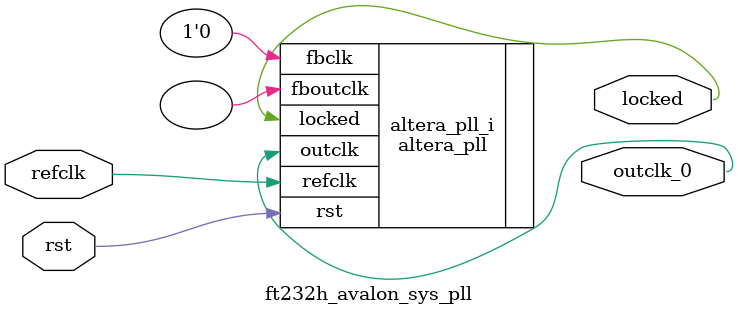
<source format=v>
`timescale 1ns/10ps
module  ft232h_avalon_sys_pll(

	// interface 'refclk'
	input wire refclk,

	// interface 'reset'
	input wire rst,

	// interface 'outclk0'
	output wire outclk_0,

	// interface 'locked'
	output wire locked
);

	altera_pll #(
		.fractional_vco_multiplier("false"),
		.reference_clock_frequency("24.0 MHz"),
		.operation_mode("direct"),
		.number_of_clocks(1),
		.output_clock_frequency0("96.000000 MHz"),
		.phase_shift0("0 ps"),
		.duty_cycle0(50),
		.output_clock_frequency1("0 MHz"),
		.phase_shift1("0 ps"),
		.duty_cycle1(50),
		.output_clock_frequency2("0 MHz"),
		.phase_shift2("0 ps"),
		.duty_cycle2(50),
		.output_clock_frequency3("0 MHz"),
		.phase_shift3("0 ps"),
		.duty_cycle3(50),
		.output_clock_frequency4("0 MHz"),
		.phase_shift4("0 ps"),
		.duty_cycle4(50),
		.output_clock_frequency5("0 MHz"),
		.phase_shift5("0 ps"),
		.duty_cycle5(50),
		.output_clock_frequency6("0 MHz"),
		.phase_shift6("0 ps"),
		.duty_cycle6(50),
		.output_clock_frequency7("0 MHz"),
		.phase_shift7("0 ps"),
		.duty_cycle7(50),
		.output_clock_frequency8("0 MHz"),
		.phase_shift8("0 ps"),
		.duty_cycle8(50),
		.output_clock_frequency9("0 MHz"),
		.phase_shift9("0 ps"),
		.duty_cycle9(50),
		.output_clock_frequency10("0 MHz"),
		.phase_shift10("0 ps"),
		.duty_cycle10(50),
		.output_clock_frequency11("0 MHz"),
		.phase_shift11("0 ps"),
		.duty_cycle11(50),
		.output_clock_frequency12("0 MHz"),
		.phase_shift12("0 ps"),
		.duty_cycle12(50),
		.output_clock_frequency13("0 MHz"),
		.phase_shift13("0 ps"),
		.duty_cycle13(50),
		.output_clock_frequency14("0 MHz"),
		.phase_shift14("0 ps"),
		.duty_cycle14(50),
		.output_clock_frequency15("0 MHz"),
		.phase_shift15("0 ps"),
		.duty_cycle15(50),
		.output_clock_frequency16("0 MHz"),
		.phase_shift16("0 ps"),
		.duty_cycle16(50),
		.output_clock_frequency17("0 MHz"),
		.phase_shift17("0 ps"),
		.duty_cycle17(50),
		.pll_type("General"),
		.pll_subtype("General")
	) altera_pll_i (
		.rst	(rst),
		.outclk	({outclk_0}),
		.locked	(locked),
		.fboutclk	( ),
		.fbclk	(1'b0),
		.refclk	(refclk)
	);
endmodule


</source>
